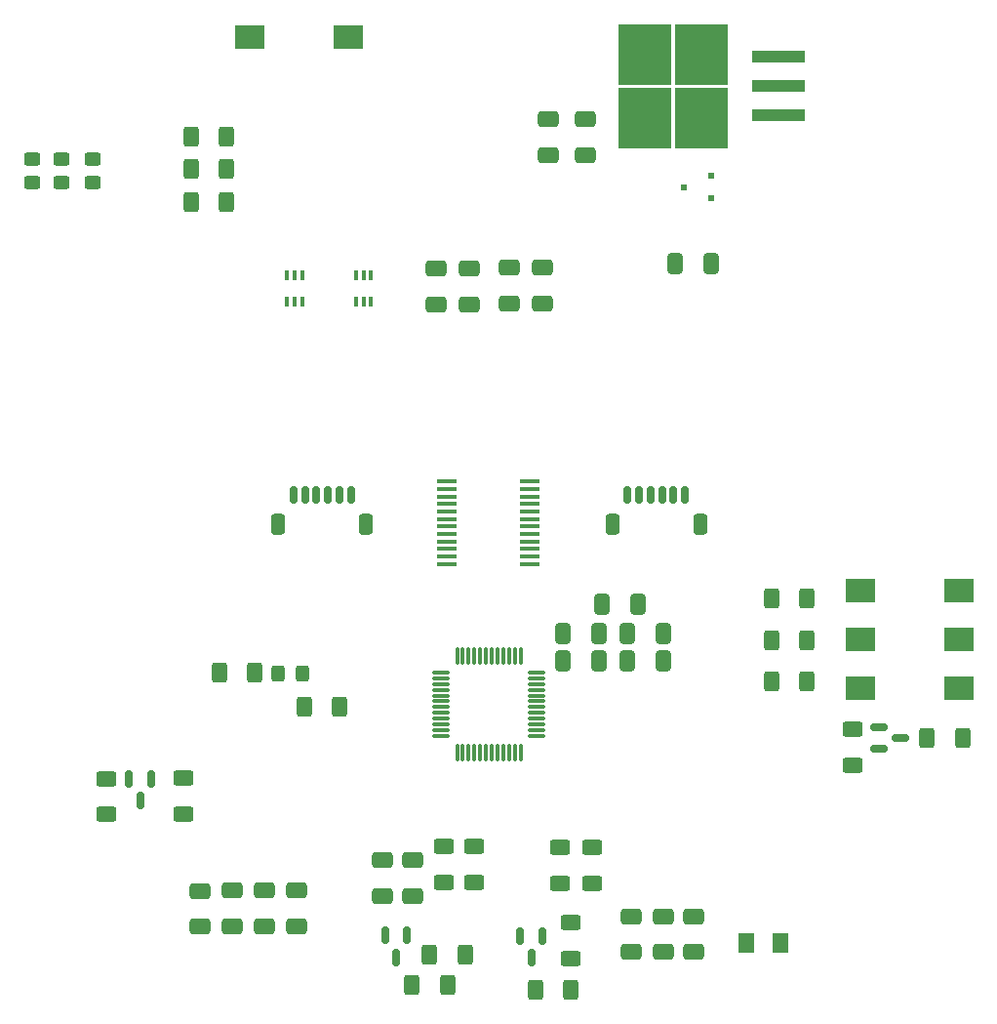
<source format=gtp>
G04 #@! TF.GenerationSoftware,KiCad,Pcbnew,7.0.8*
G04 #@! TF.CreationDate,2024-08-07T19:42:33-07:00*
G04 #@! TF.ProjectId,bloo,626c6f6f-2e6b-4696-9361-645f70636258,rev?*
G04 #@! TF.SameCoordinates,Original*
G04 #@! TF.FileFunction,Paste,Top*
G04 #@! TF.FilePolarity,Positive*
%FSLAX46Y46*%
G04 Gerber Fmt 4.6, Leading zero omitted, Abs format (unit mm)*
G04 Created by KiCad (PCBNEW 7.0.8) date 2024-08-07 19:42:33*
%MOMM*%
%LPD*%
G01*
G04 APERTURE LIST*
G04 Aperture macros list*
%AMRoundRect*
0 Rectangle with rounded corners*
0 $1 Rounding radius*
0 $2 $3 $4 $5 $6 $7 $8 $9 X,Y pos of 4 corners*
0 Add a 4 corners polygon primitive as box body*
4,1,4,$2,$3,$4,$5,$6,$7,$8,$9,$2,$3,0*
0 Add four circle primitives for the rounded corners*
1,1,$1+$1,$2,$3*
1,1,$1+$1,$4,$5*
1,1,$1+$1,$6,$7*
1,1,$1+$1,$8,$9*
0 Add four rect primitives between the rounded corners*
20,1,$1+$1,$2,$3,$4,$5,0*
20,1,$1+$1,$4,$5,$6,$7,0*
20,1,$1+$1,$6,$7,$8,$9,0*
20,1,$1+$1,$8,$9,$2,$3,0*%
G04 Aperture macros list end*
%ADD10RoundRect,0.250000X-0.650000X0.412500X-0.650000X-0.412500X0.650000X-0.412500X0.650000X0.412500X0*%
%ADD11RoundRect,0.250000X-0.412500X-0.650000X0.412500X-0.650000X0.412500X0.650000X-0.412500X0.650000X0*%
%ADD12RoundRect,0.250000X0.625000X-0.400000X0.625000X0.400000X-0.625000X0.400000X-0.625000X-0.400000X0*%
%ADD13RoundRect,0.250000X0.650000X-0.412500X0.650000X0.412500X-0.650000X0.412500X-0.650000X-0.412500X0*%
%ADD14RoundRect,0.150000X-0.150000X0.587500X-0.150000X-0.587500X0.150000X-0.587500X0.150000X0.587500X0*%
%ADD15RoundRect,0.250000X-0.450000X0.325000X-0.450000X-0.325000X0.450000X-0.325000X0.450000X0.325000X0*%
%ADD16R,0.355600X0.850900*%
%ADD17RoundRect,0.250000X0.400000X0.625000X-0.400000X0.625000X-0.400000X-0.625000X0.400000X-0.625000X0*%
%ADD18RoundRect,0.250000X0.412500X0.650000X-0.412500X0.650000X-0.412500X-0.650000X0.412500X-0.650000X0*%
%ADD19R,2.500000X2.000000*%
%ADD20RoundRect,0.250000X-0.400000X-0.625000X0.400000X-0.625000X0.400000X0.625000X-0.400000X0.625000X0*%
%ADD21RoundRect,0.075000X-0.662500X-0.075000X0.662500X-0.075000X0.662500X0.075000X-0.662500X0.075000X0*%
%ADD22RoundRect,0.075000X-0.075000X-0.662500X0.075000X-0.662500X0.075000X0.662500X-0.075000X0.662500X0*%
%ADD23R,4.550000X5.250000*%
%ADD24R,4.600000X1.100000*%
%ADD25RoundRect,0.150000X-0.587500X-0.150000X0.587500X-0.150000X0.587500X0.150000X-0.587500X0.150000X0*%
%ADD26RoundRect,0.150000X0.150000X0.625000X-0.150000X0.625000X-0.150000X-0.625000X0.150000X-0.625000X0*%
%ADD27RoundRect,0.250000X0.350000X0.650000X-0.350000X0.650000X-0.350000X-0.650000X0.350000X-0.650000X0*%
%ADD28R,0.508000X0.508000*%
%ADD29RoundRect,0.250000X0.325000X0.450000X-0.325000X0.450000X-0.325000X-0.450000X0.325000X-0.450000X0*%
%ADD30R,1.750000X0.450000*%
%ADD31RoundRect,0.250001X-0.462499X-0.624999X0.462499X-0.624999X0.462499X0.624999X-0.462499X0.624999X0*%
G04 APERTURE END LIST*
D10*
X206475956Y-103571096D03*
X206475956Y-106696096D03*
D11*
X207737500Y-150600000D03*
X210862500Y-150600000D03*
D12*
X197475956Y-169796096D03*
X197475956Y-166696096D03*
D13*
X203075956Y-119621096D03*
X203075956Y-116496096D03*
X206025956Y-119621096D03*
X206025956Y-116496096D03*
D14*
X194225956Y-174421096D03*
X192325956Y-174421096D03*
X193275956Y-176296096D03*
D15*
X164275956Y-107046096D03*
X164275956Y-109096096D03*
D10*
X192100000Y-167837500D03*
X192100000Y-170962500D03*
D16*
X189825957Y-119432746D03*
X190475956Y-119432746D03*
X191125955Y-119432746D03*
X191125955Y-117159446D03*
X190475956Y-117159446D03*
X189825957Y-117159446D03*
D17*
X197775956Y-178696096D03*
X194675956Y-178696096D03*
D16*
X183825957Y-119432746D03*
X184475956Y-119432746D03*
X185125955Y-119432746D03*
X185125955Y-117159446D03*
X184475956Y-117159446D03*
X183825957Y-117159446D03*
D18*
X220638456Y-116096096D03*
X217513456Y-116096096D03*
D19*
X233595956Y-148746096D03*
X242155956Y-148746096D03*
D17*
X181050000Y-151600000D03*
X177950000Y-151600000D03*
D14*
X205975956Y-174496096D03*
X204075956Y-174496096D03*
X205025956Y-176371096D03*
D15*
X166915956Y-107046096D03*
X166915956Y-109096096D03*
D14*
X172025956Y-160821096D03*
X170125956Y-160821096D03*
X171075956Y-162696096D03*
D11*
X211137500Y-145700000D03*
X214262500Y-145700000D03*
D10*
X199675956Y-116533596D03*
X199675956Y-119658596D03*
D19*
X233595956Y-144496096D03*
X242155956Y-144496096D03*
X233595956Y-152946096D03*
X242155956Y-152946096D03*
D20*
X175475956Y-110786096D03*
X178575956Y-110786096D03*
D10*
X194700000Y-167837500D03*
X194700000Y-170962500D03*
D20*
X225850000Y-145200000D03*
X228950000Y-145200000D03*
D10*
X196725956Y-116533596D03*
X196725956Y-119658596D03*
D13*
X181875956Y-173621096D03*
X181875956Y-170496096D03*
D20*
X175475956Y-105096096D03*
X178575956Y-105096096D03*
D12*
X200075956Y-169796096D03*
X200075956Y-166696096D03*
D20*
X225850000Y-148800000D03*
X228950000Y-148800000D03*
D13*
X176275956Y-173658596D03*
X176275956Y-170533596D03*
D21*
X197175000Y-151600000D03*
X197175000Y-152100000D03*
X197175000Y-152600000D03*
X197175000Y-153100000D03*
X197175000Y-153600000D03*
X197175000Y-154100000D03*
X197175000Y-154600000D03*
X197175000Y-155100000D03*
X197175000Y-155600000D03*
X197175000Y-156100000D03*
X197175000Y-156600000D03*
X197175000Y-157100000D03*
D22*
X198587500Y-158512500D03*
X199087500Y-158512500D03*
X199587500Y-158512500D03*
X200087500Y-158512500D03*
X200587500Y-158512500D03*
X201087500Y-158512500D03*
X201587500Y-158512500D03*
X202087500Y-158512500D03*
X202587500Y-158512500D03*
X203087500Y-158512500D03*
X203587500Y-158512500D03*
X204087500Y-158512500D03*
D21*
X205500000Y-157100000D03*
X205500000Y-156600000D03*
X205500000Y-156100000D03*
X205500000Y-155600000D03*
X205500000Y-155100000D03*
X205500000Y-154600000D03*
X205500000Y-154100000D03*
X205500000Y-153600000D03*
X205500000Y-153100000D03*
X205500000Y-152600000D03*
X205500000Y-152100000D03*
X205500000Y-151600000D03*
D22*
X204087500Y-150187500D03*
X203587500Y-150187500D03*
X203087500Y-150187500D03*
X202587500Y-150187500D03*
X202087500Y-150187500D03*
X201587500Y-150187500D03*
X201087500Y-150187500D03*
X200587500Y-150187500D03*
X200087500Y-150187500D03*
X199587500Y-150187500D03*
X199087500Y-150187500D03*
X198587500Y-150187500D03*
D19*
X180595956Y-96496096D03*
X189155956Y-96496096D03*
D23*
X219750956Y-103531096D03*
X219750956Y-97981096D03*
X214900956Y-103531096D03*
X214900956Y-97981096D03*
D24*
X226475956Y-103296096D03*
X226475956Y-100756096D03*
X226475956Y-98216096D03*
D25*
X235200956Y-156346096D03*
X235200956Y-158246096D03*
X237075956Y-157296096D03*
D10*
X209675956Y-103571096D03*
X209675956Y-106696096D03*
D26*
X184375956Y-136171096D03*
X185375956Y-136171096D03*
X186375956Y-136171096D03*
X187375956Y-136171096D03*
X188375956Y-136171096D03*
X189375956Y-136171096D03*
D27*
X183075956Y-138696096D03*
X190675956Y-138696096D03*
D12*
X208475956Y-176396096D03*
X208475956Y-173296096D03*
D11*
X213337500Y-150600000D03*
X216462500Y-150600000D03*
D12*
X232875956Y-159646096D03*
X232875956Y-156546096D03*
D11*
X213337500Y-148200000D03*
X216462500Y-148200000D03*
D12*
X210275956Y-169896096D03*
X210275956Y-166796096D03*
D20*
X225850000Y-152400000D03*
X228950000Y-152400000D03*
D17*
X242475956Y-157296096D03*
X239375956Y-157296096D03*
X199275956Y-176096096D03*
X196175956Y-176096096D03*
D11*
X207737500Y-148200000D03*
X210862500Y-148200000D03*
D10*
X219075956Y-172733596D03*
X219075956Y-175858596D03*
D20*
X185300000Y-154600000D03*
X188400000Y-154600000D03*
D28*
X220663556Y-110446097D03*
X220663556Y-108546095D03*
X218275956Y-109496096D03*
D20*
X175475956Y-107896096D03*
X178575956Y-107896096D03*
D12*
X174800000Y-163850000D03*
X174800000Y-160750000D03*
D26*
X213375956Y-136171096D03*
X214375956Y-136171096D03*
X215375956Y-136171096D03*
X216375956Y-136171096D03*
X217375956Y-136171096D03*
X218375956Y-136171096D03*
D27*
X212075956Y-138696096D03*
X219675956Y-138696096D03*
D29*
X185125000Y-151700000D03*
X183075000Y-151700000D03*
D12*
X207475956Y-169896096D03*
X207475956Y-166796096D03*
D10*
X216475956Y-172733596D03*
X216475956Y-175858596D03*
D15*
X161675956Y-107046096D03*
X161675956Y-109096096D03*
D13*
X184675956Y-173621096D03*
X184675956Y-170496096D03*
D20*
X205375956Y-179096096D03*
X208475956Y-179096096D03*
D30*
X197675956Y-135046096D03*
X197675956Y-135696096D03*
X197675956Y-136346096D03*
X197675956Y-136996096D03*
X197675956Y-137646096D03*
X197675956Y-138296096D03*
X197675956Y-138946096D03*
X197675956Y-139596096D03*
X197675956Y-140246096D03*
X197675956Y-140896096D03*
X197675956Y-141546096D03*
X197675956Y-142196096D03*
X204875956Y-142196096D03*
X204875956Y-141546096D03*
X204875956Y-140896096D03*
X204875956Y-140246096D03*
X204875956Y-139596096D03*
X204875956Y-138946096D03*
X204875956Y-138296096D03*
X204875956Y-137646096D03*
X204875956Y-136996096D03*
X204875956Y-136346096D03*
X204875956Y-135696096D03*
X204875956Y-135046096D03*
D31*
X223649956Y-175032096D03*
X226624956Y-175032096D03*
D10*
X213675956Y-172733596D03*
X213675956Y-175858596D03*
D12*
X168175956Y-163896096D03*
X168175956Y-160796096D03*
D13*
X179075956Y-173621096D03*
X179075956Y-170496096D03*
M02*

</source>
